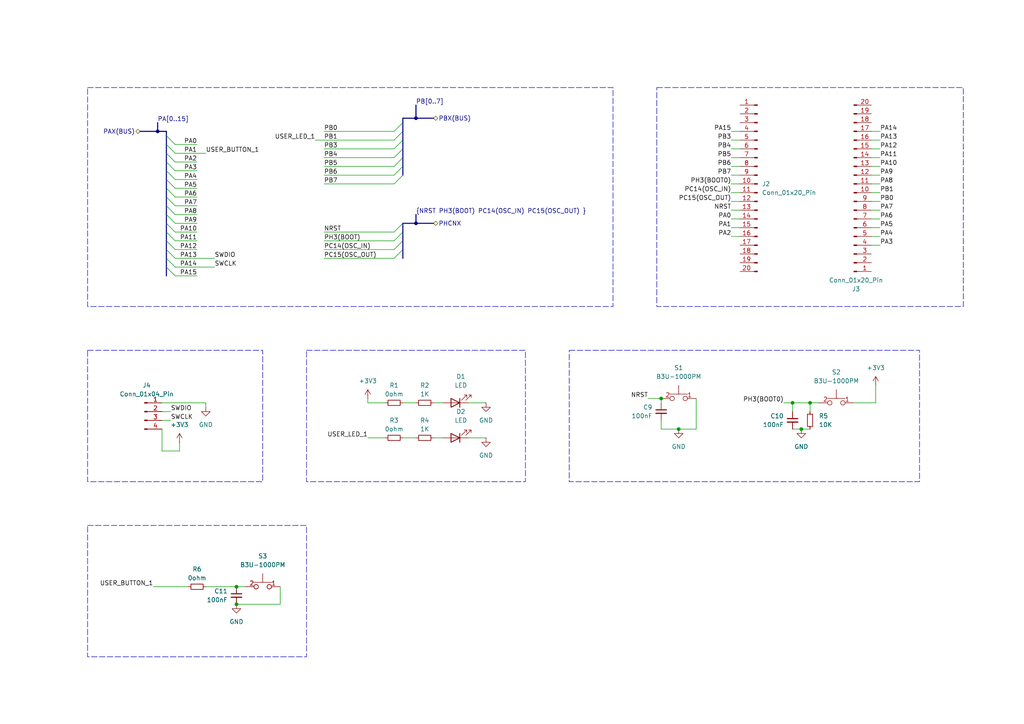
<source format=kicad_sch>
(kicad_sch (version 20231120) (generator "eeschema") (generator_version "8.0")
  (paper "A4")
  (lib_symbols
    (symbol "B3U-1000PM_OMRON:B3U-1000PM"
      (property "Reference" "S?" (at 5.588 6.096 0))
      (property "Value" "B3U-1000PM" (at 5.588 3.556 0))
      (symbol "B3U-1000PM_0_1"
        (polyline (pts (xy 2.54 1.27) (xy 7.62 1.27)))
        (polyline (pts (xy 5.08 1.27) (xy 5.08 3.81)))
      )
      (symbol "B3U-1000PM_1_1"
        (pin passive inverted (at 10.16 0 180) (length 3.81) (name "") (number "1"))
        (pin passive inverted (at 0 0 0) (length 3.81) (name "") (number "2"))
      )
    )
    (symbol "Connector:Conn_01x04_Pin" (pin_names (offset 1.016) hide)
      (property "Reference" "J" (at 0 5.08 0))
      (property "Value" "Conn_01x04_Pin" (at 0 -7.62 0))
      (symbol "Conn_01x04_Pin_1_1"
        (polyline (pts (xy 1.27 -5.08) (xy 0.8636 -5.08)) (stroke (width 0.1524)))
        (polyline (pts (xy 1.27 -2.54) (xy 0.8636 -2.54)) (stroke (width 0.1524)))
        (polyline (pts (xy 1.27 0) (xy 0.8636 0)) (stroke (width 0.1524)))
        (polyline (pts (xy 1.27 2.54) (xy 0.8636 2.54)) (stroke (width 0.1524)))
        (rectangle (start 0.8636 -4.953) (end 0 -5.207) (stroke (width 0.1524)) (fill (type outline)))
        (rectangle (start 0.8636 -2.413) (end 0 -2.667) (stroke (width 0.1524)) (fill (type outline)))
        (rectangle (start 0.8636 0.127) (end 0 -0.127) (stroke (width 0.1524)) (fill (type outline)))
        (rectangle (start 0.8636 2.667) (end 0 2.413) (stroke (width 0.1524)) (fill (type outline)))
        (pin passive line (at 5.08 2.54 180) (length 3.81) (name "Pin_1") (number "1"))
        (pin passive line (at 5.08 0 180) (length 3.81) (name "Pin_2") (number "2"))
        (pin passive line (at 5.08 -2.54 180) (length 3.81) (name "Pin_3") (number "3"))
        (pin passive line (at 5.08 -5.08 180) (length 3.81) (name "Pin_4") (number "4"))
      )
    )
    (symbol "Connector:Conn_01x20_Pin" (pin_names (offset 1.016) hide)
      (property "Reference" "J" (at 0 25.4 0))
      (property "Value" "Conn_01x20_Pin" (at 0 -27.94 0))
      (symbol "Conn_01x20_Pin_1_1"
        (polyline (pts (xy 1.27 -25.4) (xy 0.8636 -25.4)) (stroke (width 0.1524)))
        (polyline (pts (xy 1.27 -22.86) (xy 0.8636 -22.86)) (stroke (width 0.1524)))
        (polyline (pts (xy 1.27 -20.32) (xy 0.8636 -20.32)) (stroke (width 0.1524)))
        (polyline (pts (xy 1.27 -17.78) (xy 0.8636 -17.78)) (stroke (width 0.1524)))
        (polyline (pts (xy 1.27 -15.24) (xy 0.8636 -15.24)) (stroke (width 0.1524)))
        (polyline (pts (xy 1.27 -12.7) (xy 0.8636 -12.7)) (stroke (width 0.1524)))
        (polyline (pts (xy 1.27 -10.16) (xy 0.8636 -10.16)) (stroke (width 0.1524)))
        (polyline (pts (xy 1.27 -7.62) (xy 0.8636 -7.62)) (stroke (width 0.1524)))
        (polyline (pts (xy 1.27 -5.08) (xy 0.8636 -5.08)) (stroke (width 0.1524)))
        (polyline (pts (xy 1.27 -2.54) (xy 0.8636 -2.54)) (stroke (width 0.1524)))
        (polyline (pts (xy 1.27 0) (xy 0.8636 0)) (stroke (width 0.1524)))
        (polyline (pts (xy 1.27 2.54) (xy 0.8636 2.54)) (stroke (width 0.1524)))
        (polyline (pts (xy 1.27 5.08) (xy 0.8636 5.08)) (stroke (width 0.1524)))
        (polyline (pts (xy 1.27 7.62) (xy 0.8636 7.62)) (stroke (width 0.1524)))
        (polyline (pts (xy 1.27 10.16) (xy 0.8636 10.16)) (stroke (width 0.1524)))
        (polyline (pts (xy 1.27 12.7) (xy 0.8636 12.7)) (stroke (width 0.1524)))
        (polyline (pts (xy 1.27 15.24) (xy 0.8636 15.24)) (stroke (width 0.1524)))
        (polyline (pts (xy 1.27 17.78) (xy 0.8636 17.78)) (stroke (width 0.1524)))
        (polyline (pts (xy 1.27 20.32) (xy 0.8636 20.32)) (stroke (width 0.1524)))
        (polyline (pts (xy 1.27 22.86) (xy 0.8636 22.86)) (stroke (width 0.1524)))
        (rectangle (start 0.8636 -25.273) (end 0 -25.527) (stroke (width 0.1524)) (fill (type outline)))
        (rectangle (start 0.8636 -22.733) (end 0 -22.987) (stroke (width 0.1524)) (fill (type outline)))
        (rectangle (start 0.8636 -20.193) (end 0 -20.447) (stroke (width 0.1524)) (fill (type outline)))
        (rectangle (start 0.8636 -17.653) (end 0 -17.907) (stroke (width 0.1524)) (fill (type outline)))
        (rectangle (start 0.8636 -15.113) (end 0 -15.367) (stroke (width 0.1524)) (fill (type outline)))
        (rectangle (start 0.8636 -12.573) (end 0 -12.827) (stroke (width 0.1524)) (fill (type outline)))
        (rectangle (start 0.8636 -10.033) (end 0 -10.287) (stroke (width 0.1524)) (fill (type outline)))
        (rectangle (start 0.8636 -7.493) (end 0 -7.747) (stroke (width 0.1524)) (fill (type outline)))
        (rectangle (start 0.8636 -4.953) (end 0 -5.207) (stroke (width 0.1524)) (fill (type outline)))
        (rectangle (start 0.8636 -2.413) (end 0 -2.667) (stroke (width 0.1524)) (fill (type outline)))
        (rectangle (start 0.8636 0.127) (end 0 -0.127) (stroke (width 0.1524)) (fill (type outline)))
        (rectangle (start 0.8636 2.667) (end 0 2.413) (stroke (width 0.1524)) (fill (type outline)))
        (rectangle (start 0.8636 5.207) (end 0 4.953) (stroke (width 0.1524)) (fill (type outline)))
        (rectangle (start 0.8636 7.747) (end 0 7.493) (stroke (width 0.1524)) (fill (type outline)))
        (rectangle (start 0.8636 10.287) (end 0 10.033) (stroke (width 0.1524)) (fill (type outline)))
        (rectangle (start 0.8636 12.827) (end 0 12.573) (stroke (width 0.1524)) (fill (type outline)))
        (rectangle (start 0.8636 15.367) (end 0 15.113) (stroke (width 0.1524)) (fill (type outline)))
        (rectangle (start 0.8636 17.907) (end 0 17.653) (stroke (width 0.1524)) (fill (type outline)))
        (rectangle (start 0.8636 20.447) (end 0 20.193) (stroke (width 0.1524)) (fill (type outline)))
        (rectangle (start 0.8636 22.987) (end 0 22.733) (stroke (width 0.1524)) (fill (type outline)))
        (pin passive line (at 5.08 22.86 180) (length 3.81) (name "Pin_1") (number "1"))
        (pin passive line (at 5.08 0 180) (length 3.81) (name "Pin_10") (number "10"))
        (pin passive line (at 5.08 -2.54 180) (length 3.81) (name "Pin_11") (number "11"))
        (pin passive line (at 5.08 -5.08 180) (length 3.81) (name "Pin_12") (number "12"))
        (pin passive line (at 5.08 -7.62 180) (length 3.81) (name "Pin_13") (number "13"))
        (pin passive line (at 5.08 -10.16 180) (length 3.81) (name "Pin_14") (number "14"))
        (pin passive line (at 5.08 -12.7 180) (length 3.81) (name "Pin_15") (number "15"))
        (pin passive line (at 5.08 -15.24 180) (length 3.81) (name "Pin_16") (number "16"))
        (pin passive line (at 5.08 -17.78 180) (length 3.81) (name "Pin_17") (number "17"))
        (pin passive line (at 5.08 -20.32 180) (length 3.81) (name "Pin_18") (number "18"))
        (pin passive line (at 5.08 -22.86 180) (length 3.81) (name "Pin_19") (number "19"))
        (pin passive line (at 5.08 20.32 180) (length 3.81) (name "Pin_2") (number "2"))
        (pin passive line (at 5.08 -25.4 180) (length 3.81) (name "Pin_20") (number "20"))
        (pin passive line (at 5.08 17.78 180) (length 3.81) (name "Pin_3") (number "3"))
        (pin passive line (at 5.08 15.24 180) (length 3.81) (name "Pin_4") (number "4"))
        (pin passive line (at 5.08 12.7 180) (length 3.81) (name "Pin_5") (number "5"))
        (pin passive line (at 5.08 10.16 180) (length 3.81) (name "Pin_6") (number "6"))
        (pin passive line (at 5.08 7.62 180) (length 3.81) (name "Pin_7") (number "7"))
        (pin passive line (at 5.08 5.08 180) (length 3.81) (name "Pin_8") (number "8"))
        (pin passive line (at 5.08 2.54 180) (length 3.81) (name "Pin_9") (number "9"))
      )
    )
    (symbol "Device:C_Small" (pin_numbers hide) (pin_names (offset 0.254) hide)
      (property "Reference" "C" (at 0.254 1.778 0))
      (property "Value" "C_Small" (at 0.254 -2.032 0))
      (symbol "C_Small_0_1"
        (polyline (pts (xy -1.524 -0.508) (xy 1.524 -0.508)) (stroke (width 0.3302)))
        (polyline (pts (xy -1.524 0.508) (xy 1.524 0.508)) (stroke (width 0.3048)))
      )
      (symbol "C_Small_1_1"
        (pin passive line (at 0 2.54 270) (length 2.032) (name "~") (number "1"))
        (pin passive line (at 0 -2.54 90) (length 2.032) (name "~") (number "2"))
      )
    )
    (symbol "Device:LED" (pin_numbers hide) (pin_names (offset 1.016) hide)
      (property "Reference" "D" (at 0 2.54 0))
      (property "Value" "LED" (at 0 -2.54 0))
      (symbol "LED_0_1"
        (polyline (pts (xy -1.27 -1.27) (xy -1.27 1.27)) (stroke (width 0.254)))
        (polyline (pts (xy -1.27 0) (xy 1.27 0)))
        (polyline (pts (xy 1.27 -1.27) (xy 1.27 1.27) (xy -1.27 0) (xy 1.27 -1.27)) (stroke (width 0.254)))
        (polyline (pts (xy -3.048 -0.762) (xy -4.572 -2.286) (xy -3.81 -2.286) (xy -4.572 -2.286) (xy -4.572 -1.524)))
        (polyline (pts (xy -1.778 -0.762) (xy -3.302 -2.286) (xy -2.54 -2.286) (xy -3.302 -2.286) (xy -3.302 -1.524)))
      )
      (symbol "LED_1_1"
        (pin passive line (at -3.81 0 0) (length 2.54) (name "K") (number "1"))
        (pin passive line (at 3.81 0 180) (length 2.54) (name "A") (number "2"))
      )
    )
    (symbol "Device:R_Small" (pin_numbers hide) (pin_names (offset 0.254) hide)
      (property "Reference" "R" (at 0.762 0.508 0))
      (property "Value" "R_Small" (at 0.762 -1.016 0))
      (symbol "R_Small_0_1"
        (rectangle (start -0.762 1.778) (end 0.762 -1.778) (stroke (width 0.2032)))
      )
      (symbol "R_Small_1_1"
        (pin passive line (at 0 2.54 270) (length 0.762) (name "~") (number "1"))
        (pin passive line (at 0 -2.54 90) (length 0.762) (name "~") (number "2"))
      )
    )
    (symbol "power:+3V3" (power) (pin_numbers hide) (pin_names (offset 0) hide)
      (property "Value" "+3V3" (at 0 3.556 0))
      (symbol "+3V3_0_1"
        (polyline (pts (xy -0.762 1.27) (xy 0 2.54)))
        (polyline (pts (xy 0 0) (xy 0 2.54)))
        (polyline (pts (xy 0 2.54) (xy 0.762 1.27)))
      )
      (symbol "+3V3_1_1"
        (pin power_in line (at 0 0 90) (length 0) (name "~") (number "1"))
      )
    )
    (symbol "power:GND" (power) (pin_numbers hide) (pin_names (offset 0) hide)
      (property "Value" "GND" (at 0 -3.81 0))
      (symbol "GND_0_1"
        (polyline (pts (xy 0 0) (xy 0 -1.27) (xy 1.27 -1.27) (xy 0 -2.54) (xy -1.27 -1.27) (xy 0 -1.27)))
      )
      (symbol "GND_1_1"
        (pin power_in line (at 0 0 270) (length 0) (name "~") (number "1"))
      )
    )
  )
  (junction (at 191.77 115.57))
  (junction (at 196.85 124.46))
  (junction (at 45.72 38.1))
  (junction (at 232.41 124.46))
  (junction (at 120.65 64.77))
  (junction (at 68.58 175.26))
  (junction (at 234.95 116.84))
  (junction (at 68.58 170.18))
  (junction (at 229.87 116.84))
  (junction (at 120.65 34.29))
  (bus_entry (at 116.84 72.39) (size -2.54 2.54))
  (bus_entry (at 48.26 49.53) (size 2.54 2.54))
  (bus_entry (at 48.26 39.37) (size 2.54 2.54))
  (bus_entry (at 48.26 52.07) (size 2.54 2.54))
  (bus_entry (at 116.84 43.18) (size -2.54 2.54))
  (bus_entry (at 48.26 44.45) (size 2.54 2.54))
  (bus_entry (at 48.26 57.15) (size 2.54 2.54))
  (bus_entry (at 48.26 64.77) (size 2.54 2.54))
  (bus_entry (at 116.84 40.64) (size -2.54 2.54))
  (bus_entry (at 116.84 48.26) (size -2.54 2.54))
  (bus_entry (at 48.26 41.91) (size 2.54 2.54))
  (bus_entry (at 116.84 69.85) (size -2.54 2.54))
  (bus_entry (at 116.84 38.1) (size -2.54 2.54))
  (bus_entry (at 48.26 54.61) (size 2.54 2.54))
  (bus_entry (at 48.26 69.85) (size 2.54 2.54))
  (bus_entry (at 116.84 35.56) (size -2.54 2.54))
  (bus_entry (at 116.84 64.77) (size -2.54 2.54))
  (bus_entry (at 48.26 74.93) (size 2.54 2.54))
  (bus_entry (at 48.26 59.69) (size 2.54 2.54))
  (bus_entry (at 48.26 67.31) (size 2.54 2.54))
  (bus_entry (at 116.84 50.8) (size -2.54 2.54))
  (bus_entry (at 48.26 77.47) (size 2.54 2.54))
  (bus_entry (at 48.26 62.23) (size 2.54 2.54))
  (bus_entry (at 48.26 46.99) (size 2.54 2.54))
  (bus_entry (at 116.84 67.31) (size -2.54 2.54))
  (bus_entry (at 48.26 72.39) (size 2.54 2.54))
  (bus_entry (at 116.84 45.72) (size -2.54 2.54))
  (wire (pts (xy 50.8 67.31) (xy 57.15 67.31)))
  (bus (pts (xy 48.26 39.37) (xy 48.26 41.91)))
  (wire (pts (xy 255.27 45.72) (xy 252.73 45.72)))
  (wire (pts (xy 212.09 40.64) (xy 214.63 40.64)))
  (wire (pts (xy 212.09 50.8) (xy 214.63 50.8)))
  (bus (pts (xy 116.84 64.77) (xy 116.84 67.31)))
  (wire (pts (xy 135.89 116.84) (xy 140.97 116.84)))
  (bus (pts (xy 48.26 69.85) (xy 48.26 72.39)))
  (wire (pts (xy 201.93 115.57) (xy 201.93 124.46)))
  (bus (pts (xy 48.26 77.47) (xy 48.26 80.01)))
  (wire (pts (xy 50.8 74.93) (xy 62.23 74.93)))
  (wire (pts (xy 50.8 49.53) (xy 57.15 49.53)))
  (bus (pts (xy 116.84 69.85) (xy 116.84 72.39)))
  (wire (pts (xy 191.77 124.46) (xy 196.85 124.46)))
  (wire (pts (xy 227.33 116.84) (xy 229.87 116.84)))
  (bus (pts (xy 120.65 64.77) (xy 125.73 64.77)))
  (bus (pts (xy 116.84 34.29) (xy 120.65 34.29)))
  (wire (pts (xy 255.27 60.96) (xy 252.73 60.96)))
  (bus (pts (xy 116.84 43.18) (xy 116.84 45.72)))
  (bus (pts (xy 48.26 41.91) (xy 48.26 44.45)))
  (wire (pts (xy 50.8 57.15) (xy 57.15 57.15)))
  (wire (pts (xy 50.8 69.85) (xy 57.15 69.85)))
  (wire (pts (xy 50.8 41.91) (xy 57.15 41.91)))
  (wire (pts (xy 255.27 43.18) (xy 252.73 43.18)))
  (bus (pts (xy 48.26 49.53) (xy 48.26 52.07)))
  (wire (pts (xy 50.8 64.77) (xy 57.15 64.77)))
  (wire (pts (xy 50.8 44.45) (xy 59.69 44.45)))
  (wire (pts (xy 255.27 71.12) (xy 252.73 71.12)))
  (wire (pts (xy 106.68 127) (xy 111.76 127)))
  (bus (pts (xy 48.26 67.31) (xy 48.26 69.85)))
  (wire (pts (xy 46.99 130.81) (xy 52.07 130.81)))
  (wire (pts (xy 255.27 38.1) (xy 252.73 38.1)))
  (wire (pts (xy 93.98 43.18) (xy 114.3 43.18)))
  (wire (pts (xy 50.8 72.39) (xy 57.15 72.39)))
  (wire (pts (xy 52.07 130.81) (xy 52.07 128.27)))
  (wire (pts (xy 232.41 124.46) (xy 234.95 124.46)))
  (wire (pts (xy 93.98 53.34) (xy 114.3 53.34)))
  (wire (pts (xy 234.95 116.84) (xy 234.95 119.38)))
  (wire (pts (xy 93.98 72.39) (xy 114.3 72.39)))
  (bus (pts (xy 48.26 64.77) (xy 48.26 67.31)))
  (bus (pts (xy 48.26 52.07) (xy 48.26 54.61)))
  (wire (pts (xy 59.69 170.18) (xy 68.58 170.18)))
  (wire (pts (xy 93.98 74.93) (xy 114.3 74.93)))
  (wire (pts (xy 93.98 38.1) (xy 114.3 38.1)))
  (wire (pts (xy 229.87 124.46) (xy 232.41 124.46)))
  (wire (pts (xy 229.87 116.84) (xy 229.87 119.38)))
  (bus (pts (xy 116.84 67.31) (xy 116.84 69.85)))
  (bus (pts (xy 45.72 38.1) (xy 48.26 38.1)))
  (bus (pts (xy 48.26 38.1) (xy 48.26 39.37)))
  (bus (pts (xy 48.26 46.99) (xy 48.26 49.53)))
  (wire (pts (xy 125.73 127) (xy 128.27 127)))
  (wire (pts (xy 252.73 58.42) (xy 255.27 58.42)))
  (wire (pts (xy 93.98 45.72) (xy 114.3 45.72)))
  (wire (pts (xy 212.09 68.58) (xy 214.63 68.58)))
  (wire (pts (xy 212.09 66.04) (xy 214.63 66.04)))
  (bus (pts (xy 116.84 64.77) (xy 120.65 64.77)))
  (wire (pts (xy 212.09 38.1) (xy 214.63 38.1)))
  (wire (pts (xy 254 116.84) (xy 247.65 116.84)))
  (wire (pts (xy 81.28 175.26) (xy 68.58 175.26)))
  (wire (pts (xy 93.98 48.26) (xy 114.3 48.26)))
  (wire (pts (xy 106.68 115.57) (xy 106.68 116.84)))
  (wire (pts (xy 212.09 63.5) (xy 214.63 63.5)))
  (wire (pts (xy 255.27 53.34) (xy 252.73 53.34)))
  (wire (pts (xy 212.09 53.34) (xy 214.63 53.34)))
  (wire (pts (xy 229.87 116.84) (xy 234.95 116.84)))
  (wire (pts (xy 46.99 121.92) (xy 49.53 121.92)))
  (wire (pts (xy 50.8 80.01) (xy 57.15 80.01)))
  (bus (pts (xy 48.26 54.61) (xy 48.26 57.15)))
  (bus (pts (xy 40.64 38.1) (xy 45.72 38.1)))
  (wire (pts (xy 50.8 59.69) (xy 57.15 59.69)))
  (wire (pts (xy 212.09 60.96) (xy 214.63 60.96)))
  (wire (pts (xy 212.09 45.72) (xy 214.63 45.72)))
  (wire (pts (xy 255.27 40.64) (xy 252.73 40.64)))
  (wire (pts (xy 93.98 69.85) (xy 114.3 69.85)))
  (wire (pts (xy 59.69 116.84) (xy 46.99 116.84)))
  (wire (pts (xy 116.84 116.84) (xy 120.65 116.84)))
  (wire (pts (xy 187.96 115.57) (xy 191.77 115.57)))
  (wire (pts (xy 125.73 116.84) (xy 128.27 116.84)))
  (bus (pts (xy 48.26 44.45) (xy 48.26 46.99)))
  (bus (pts (xy 116.84 34.29) (xy 116.84 35.56)))
  (bus (pts (xy 116.84 35.56) (xy 116.84 38.1)))
  (wire (pts (xy 68.58 170.18) (xy 71.12 170.18)))
  (wire (pts (xy 135.89 127) (xy 140.97 127)))
  (wire (pts (xy 191.77 124.46) (xy 191.77 121.92)))
  (wire (pts (xy 212.09 48.26) (xy 214.63 48.26)))
  (bus (pts (xy 116.84 72.39) (xy 116.84 74.93)))
  (bus (pts (xy 120.65 34.29) (xy 125.73 34.29)))
  (wire (pts (xy 50.8 62.23) (xy 57.15 62.23)))
  (bus (pts (xy 48.26 74.93) (xy 48.26 77.47)))
  (bus (pts (xy 45.72 35.56) (xy 45.72 38.1)))
  (wire (pts (xy 46.99 130.81) (xy 46.99 124.46)))
  (wire (pts (xy 106.68 116.84) (xy 111.76 116.84)))
  (bus (pts (xy 48.26 57.15) (xy 48.26 59.69)))
  (bus (pts (xy 116.84 45.72) (xy 116.84 48.26)))
  (bus (pts (xy 116.84 48.26) (xy 116.84 50.8)))
  (wire (pts (xy 50.8 77.47) (xy 62.23 77.47)))
  (wire (pts (xy 93.98 50.8) (xy 114.3 50.8)))
  (wire (pts (xy 196.85 124.46) (xy 201.93 124.46)))
  (bus (pts (xy 48.26 72.39) (xy 48.26 74.93)))
  (wire (pts (xy 255.27 68.58) (xy 252.73 68.58)))
  (wire (pts (xy 252.73 55.88) (xy 255.27 55.88)))
  (wire (pts (xy 116.84 127) (xy 120.65 127)))
  (wire (pts (xy 81.28 170.18) (xy 81.28 175.26)))
  (wire (pts (xy 93.98 67.31) (xy 114.3 67.31)))
  (wire (pts (xy 212.09 55.88) (xy 214.63 55.88)))
  (wire (pts (xy 254 111.76) (xy 254 116.84)))
  (wire (pts (xy 255.27 48.26) (xy 252.73 48.26)))
  (wire (pts (xy 212.09 58.42) (xy 214.63 58.42)))
  (wire (pts (xy 50.8 54.61) (xy 57.15 54.61)))
  (bus (pts (xy 116.84 40.64) (xy 116.84 43.18)))
  (wire (pts (xy 59.69 118.11) (xy 59.69 116.84)))
  (bus (pts (xy 48.26 62.23) (xy 48.26 64.77)))
  (bus (pts (xy 120.65 30.48) (xy 120.65 34.29)))
  (bus (pts (xy 48.26 59.69) (xy 48.26 62.23)))
  (wire (pts (xy 234.95 116.84) (xy 237.49 116.84)))
  (bus (pts (xy 120.65 62.23) (xy 120.65 64.77)))
  (wire (pts (xy 50.8 46.99) (xy 57.15 46.99)))
  (wire (pts (xy 255.27 63.5) (xy 252.73 63.5)))
  (wire (pts (xy 255.27 66.04) (xy 252.73 66.04)))
  (wire (pts (xy 191.77 115.57) (xy 191.77 116.84)))
  (bus (pts (xy 116.84 38.1) (xy 116.84 40.64)))
  (wire (pts (xy 212.09 43.18) (xy 214.63 43.18)))
  (wire (pts (xy 91.44 40.64) (xy 114.3 40.64)))
  (wire (pts (xy 50.8 52.07) (xy 57.15 52.07)))
  (wire (pts (xy 44.45 170.18) (xy 54.61 170.18)))
  (wire (pts (xy 255.27 50.8) (xy 252.73 50.8)))
  (wire (pts (xy 46.99 119.38) (xy 49.53 119.38)))
  (rectangle (start 88.9 101.6) (end 152.4 139.7) (stroke (width 0) (type dash)))
  (rectangle (start 165.1 101.6) (end 266.7 139.7) (stroke (width 0) (type dash)))
  (rectangle (start 25.4 25.4) (end 177.8 88.9) (stroke (width 0) (type dash)))
  (rectangle (start 25.4 101.6) (end 76.2 139.7) (stroke (width 0) (type dash)))
  (rectangle (start 25.4 152.4) (end 88.9 190.5) (stroke (width 0) (type dash)))
  (rectangle (start 190.5 25.4) (end 279.4 88.9) (stroke (width 0) (type dash)))
  (label "PA8" (at 57.15 62.23 180))
  (label "PA2" (at 57.15 46.99 180))
  (label "PA3" (at 57.15 49.53 180))
  (label "PC14(OSC_IN)" (at 212.09 55.88 180))
  (label "USER_BUTTON_1" (at 59.69 44.45 0))
  (label "PB3" (at 212.09 40.64 180))
  (label "PA11" (at 255.27 45.72 0))
  (label "PC14(OSC_IN)" (at 93.98 72.39 0))
  (label "PB4" (at 93.98 45.72 0))
  (label "PB[0..7]" (at 120.65 30.48 0))
  (label "PA13" (at 57.15 74.93 180))
  (label "{NRST PH3(BOOT) PC14(OSC_IN) PC15(OSC_OUT) }" (at 120.65 62.23 0))
  (label "USER_LED_1" (at 106.68 127 180))
  (label "PA6" (at 57.15 57.15 180))
  (label "PA15" (at 57.15 80.01 180))
  (label "PB7" (at 212.09 50.8 180))
  (label "PA0" (at 212.09 63.5 180))
  (label "PB1" (at 255.27 55.88 0))
  (label "PA6" (at 255.27 63.5 0))
  (label "PC15(OSC_OUT)" (at 212.09 58.42 180))
  (label "PA10" (at 57.15 67.31 180))
  (label "SWCLK" (at 62.23 77.47 0))
  (label "PA12" (at 57.15 72.39 180))
  (label "PA2" (at 212.09 68.58 180))
  (label "PA5" (at 255.27 66.04 0))
  (label "PA3" (at 255.27 71.12 0))
  (label "NRST" (at 93.98 67.31 0))
  (label "PA14" (at 255.27 38.1 0))
  (label "NRST" (at 187.96 115.57 180))
  (label "PA4" (at 57.15 52.07 180))
  (label "PA5" (at 57.15 54.61 180))
  (label "PB1" (at 93.98 40.64 0))
  (label "PA4" (at 255.27 68.58 0))
  (label "PH3(BOOT0)" (at 212.09 53.34 180))
  (label "SWCLK" (at 49.53 121.92 0))
  (label "PC15(OSC_OUT)" (at 93.98 74.93 0))
  (label "PA15" (at 212.09 38.1 180))
  (label "PA9" (at 57.15 64.77 180))
  (label "PA0" (at 57.15 41.91 180))
  (label "PA7" (at 57.15 59.69 180))
  (label "PA8" (at 255.27 53.34 0))
  (label "USER_BUTTON_1" (at 44.45 170.18 180))
  (label "PA7" (at 255.27 60.96 0))
  (label "PB0" (at 93.98 38.1 0))
  (label "PB6" (at 212.09 48.26 180))
  (label "PB6" (at 93.98 50.8 0))
  (label "PB5" (at 212.09 45.72 180))
  (label "PA1" (at 212.09 66.04 180))
  (label "PA10" (at 255.27 48.26 0))
  (label "PB5" (at 93.98 48.26 0))
  (label "USER_LED_1" (at 91.44 40.64 180))
  (label "PB4" (at 212.09 43.18 180))
  (label "NRST" (at 212.09 60.96 180))
  (label "PB3" (at 93.98 43.18 0))
  (label "PA12" (at 255.27 43.18 0))
  (label "PB0" (at 255.27 58.42 0))
  (label "PB7" (at 93.98 53.34 0))
  (label "PA14" (at 57.15 77.47 180))
  (label "PH3(BOOT)" (at 93.98 69.85 0))
  (label "SWDIO" (at 49.53 119.38 0))
  (label "PA[0..15]" (at 45.72 35.56 0))
  (label "PH3(BOOT0)" (at 227.33 116.84 180))
  (label "PA9" (at 255.27 50.8 0))
  (label "PA13" (at 255.27 40.64 0))
  (label "PA11" (at 57.15 69.85 180))
  (label "PA1" (at 57.15 44.45 180))
  (label "SWDIO" (at 62.23 74.93 0))
  (hierarchical_label "PAX(BUS)" (shape bidirectional) (at 40.64 38.1 180))
  (hierarchical_label "PBX(BUS)" (shape bidirectional) (at 125.73 34.29 0))
  (hierarchical_label "PHCNX" (shape bidirectional) (at 125.73 64.77 0))
  (symbol (lib_id "Device:C_Small") (at 191.77 119.38 0) (mirror y) (unit 1)
    (property "Reference" "C9" (at 189.23 118.1162 0) (effects (justify left)))
    (property "Value" "100nF" (at 189.23 120.6562 0) (effects (justify left)))
    (property "Footprint" "Capacitor_SMD:C_0603_1608Metric" (effects (hide yes)))
    (property "Description" "Unpolarized capacitor, small symbol" (effects (hide yes)))
  )
  (symbol (lib_id "power:+3V3") (at 106.68 115.57 0) (unit 1)
    (property "Reference" "#PWR022" (effects (hide yes)))
    (property "Value" "+3V3" (at 106.68 110.49 0))
    (property "Description" "Power symbol creates a global label with name \"+3V3\"" (effects (hide yes)))
  )
  (symbol (lib_id "power:+3V3") (at 254 111.76 0) (unit 1)
    (property "Reference" "#PWR015" (effects (hide yes)))
    (property "Value" "+3V3" (at 254 106.68 0))
    (property "Description" "Power symbol creates a global label with name \"+3V3\"" (effects (hide yes)))
  )
  (symbol (lib_id "power:GND") (at 196.85 124.46 0) (unit 1)
    (property "Reference" "#PWR014" (effects (hide yes)))
    (property "Value" "GND" (at 196.85 129.54 0))
    (property "Description" "Power symbol creates a global label with name \"GND\" , ground" (effects (hide yes)))
  )
  (symbol (lib_id "Device:R_Small") (at 123.19 127 90) (unit 1)
    (property "Reference" "R4" (at 123.19 121.92 90))
    (property "Value" "1K" (at 123.19 124.46 90))
    (property "Footprint" "Resistor_SMD:R_0603_1608Metric" (effects (hide yes)))
    (property "Description" "Resistor, small symbol" (effects (hide yes)))
  )
  (symbol (lib_id "power:GND") (at 68.58 175.26 0) (unit 1)
    (property "Reference" "#PWR019" (effects (hide yes)))
    (property "Value" "GND" (at 68.58 180.34 0))
    (property "Description" "Power symbol creates a global label with name \"GND\" , ground" (effects (hide yes)))
  )
  (symbol (lib_id "Device:R_Small") (at 114.3 116.84 90) (unit 1)
    (property "Reference" "R1" (at 114.3 111.76 90))
    (property "Value" "0ohm" (at 114.3 114.3 90))
    (property "Footprint" "Resistor_SMD:R_0603_1608Metric" (effects (hide yes)))
    (property "Description" "Resistor, small symbol" (effects (hide yes)))
  )
  (symbol (lib_id "Device:R_Small") (at 234.95 121.92 0) (unit 1)
    (property "Reference" "R5" (at 237.49 120.6499 0) (effects (justify left)))
    (property "Value" "10K" (at 237.49 123.1899 0) (effects (justify left)))
    (property "Footprint" "Resistor_SMD:R_0603_1608Metric" (effects (hide yes)))
    (property "Description" "Resistor, small symbol" (effects (hide yes)))
  )
  (symbol (lib_id "Connector:Conn_01x20_Pin") (at 247.65 55.88 0) (mirror x) (unit 1)
    (property "Reference" "J3" (at 248.285 83.82 0))
    (property "Value" "Conn_01x20_Pin" (at 248.285 81.28 0))
    (property "Footprint" "Connector_PinHeader_2.54mm:PinHeader_1x20_P2.54mm_Vertical" (effects (hide yes)))
    (property "Description" "Generic connector, single row, 01x20, script generated" (effects (hide yes)))
  )
  (symbol (lib_id "power:GND") (at 232.41 124.46 0) (unit 1)
    (property "Reference" "#PWR013" (effects (hide yes)))
    (property "Value" "GND" (at 232.41 129.54 0))
    (property "Description" "Power symbol creates a global label with name \"GND\" , ground" (effects (hide yes)))
  )
  (symbol (lib_id "power:GND") (at 140.97 127 0) (unit 1)
    (property "Reference" "#PWR020" (effects (hide yes)))
    (property "Value" "GND" (at 140.97 132.08 0))
    (property "Description" "Power symbol creates a global label with name \"GND\" , ground" (effects (hide yes)))
  )
  (symbol (lib_id "Device:C_Small") (at 229.87 121.92 0) (mirror y) (unit 1)
    (property "Reference" "C10" (at 227.33 120.6562 0) (effects (justify left)))
    (property "Value" "100nF" (at 227.33 123.1962 0) (effects (justify left)))
    (property "Footprint" "Capacitor_SMD:C_0603_1608Metric" (effects (hide yes)))
    (property "Description" "Unpolarized capacitor, small symbol" (effects (hide yes)))
  )
  (symbol (lib_id "power:GND") (at 59.69 118.11 0) (mirror y) (unit 1)
    (property "Reference" "#PWR017" (effects (hide yes)))
    (property "Value" "GND" (at 59.69 123.19 0))
    (property "Description" "Power symbol creates a global label with name \"GND\" , ground" (effects (hide yes)))
  )
  (symbol (lib_id "B3U-1000PM_OMRON:B3U-1000PM") (at 71.12 170.18 0) (unit 1)
    (property "Reference" "S3" (at 76.2 161.29 0))
    (property "Value" "B3U-1000PM" (at 76.2 163.83 0))
    (property "Footprint" "custom_part_library_1:B3U1000PM_3D_MODEL" (effects (hide yes)))
    (property "Datasheet" "https://omronfs.omron.com/en_US/ecb/products/pdf/en-b3u.pdf" (effects (hide yes)))
    (property "Description" "SWITCH TACTILE SPST-NO 0.05A 12V, Tactile Switch SPST-NO Top Actuated Surface Mount" (effects (hide yes)))
    (property "Height" "1.75" (effects (hide yes)))
    (property "Manufacturer_Name" "Omron Electronics" (effects (hide yes)))
    (property "Manufacturer_Part_Number" "B3U-1000PM" (effects (hide yes)))
  )
  (symbol (lib_id "Device:C_Small") (at 68.58 172.72 0) (mirror y) (unit 1)
    (property "Reference" "C11" (at 66.04 171.4562 0) (effects (justify left)))
    (property "Value" "100nF" (at 66.04 173.9962 0) (effects (justify left)))
    (property "Footprint" "Capacitor_SMD:C_0603_1608Metric" (effects (hide yes)))
    (property "Description" "Unpolarized capacitor, small symbol" (effects (hide yes)))
  )
  (symbol (lib_id "power:+3V3") (at 52.07 128.27 0) (mirror y) (unit 1)
    (property "Reference" "#PWR016" (effects (hide yes)))
    (property "Value" "+3V3" (at 52.07 123.19 0))
    (property "Description" "Power symbol creates a global label with name \"+3V3\"" (effects (hide yes)))
  )
  (symbol (lib_id "Device:R_Small") (at 57.15 170.18 90) (unit 1)
    (property "Reference" "R6" (at 57.15 165.1 90))
    (property "Value" "0ohm" (at 57.15 167.64 90))
    (property "Footprint" "Resistor_SMD:R_0603_1608Metric" (effects (hide yes)))
    (property "Description" "Resistor, small symbol" (effects (hide yes)))
  )
  (symbol (lib_id "B3U-1000PM_OMRON:B3U-1000PM") (at 191.77 115.57 0) (unit 1)
    (property "Reference" "S1" (at 196.85 106.68 0))
    (property "Value" "B3U-1000PM" (at 196.85 109.22 0))
    (property "Footprint" "custom_part_library_1:B3U1000PM_3D_MODEL" (effects (hide yes)))
    (property "Datasheet" "https://omronfs.omron.com/en_US/ecb/products/pdf/en-b3u.pdf" (effects (hide yes)))
    (property "Description" "SWITCH TACTILE SPST-NO 0.05A 12V, Tactile Switch SPST-NO Top Actuated Surface Mount" (effects (hide yes)))
    (property "Height" "1.75" (effects (hide yes)))
    (property "Manufacturer_Name" "Omron Electronics" (effects (hide yes)))
    (property "Manufacturer_Part_Number" "B3U-1000PM" (effects (hide yes)))
  )
  (symbol (lib_id "Connector:Conn_01x20_Pin") (at 219.71 53.34 0) (mirror y) (unit 1)
    (property "Reference" "J2" (at 220.98 53.3399 0) (effects (justify right)))
    (property "Value" "Conn_01x20_Pin" (at 220.98 55.8799 0) (effects (justify right)))
    (property "Footprint" "Connector_PinHeader_2.54mm:PinHeader_1x20_P2.54mm_Vertical" (effects (hide yes)))
    (property "Description" "Generic connector, single row, 01x20, script generated" (effects (hide yes)))
  )
  (symbol (lib_id "power:GND") (at 140.97 116.84 0) (unit 1)
    (property "Reference" "#PWR021" (effects (hide yes)))
    (property "Value" "GND" (at 140.97 121.92 0))
    (property "Description" "Power symbol creates a global label with name \"GND\" , ground" (effects (hide yes)))
  )
  (symbol (lib_id "Device:R_Small") (at 114.3 127 90) (unit 1)
    (property "Reference" "R3" (at 114.3 121.92 90))
    (property "Value" "0ohm" (at 114.3 124.46 90))
    (property "Footprint" "Resistor_SMD:R_0603_1608Metric" (effects (hide yes)))
    (property "Description" "Resistor, small symbol" (effects (hide yes)))
  )
  (symbol (lib_id "Device:LED") (at 132.08 127 180) (unit 1)
    (property "Reference" "D2" (at 133.6675 119.38 0))
    (property "Value" "LED" (at 133.6675 121.92 0))
    (property "Footprint" "LED_SMD:LED_0603_1608Metric" (effects (hide yes)))
    (property "Description" "Light emitting diode" (effects (hide yes)))
  )
  (symbol (lib_id "Device:LED") (at 132.08 116.84 180) (unit 1)
    (property "Reference" "D1" (at 133.6675 109.22 0))
    (property "Value" "LED" (at 133.6675 111.76 0))
    (property "Footprint" "LED_SMD:LED_0603_1608Metric" (effects (hide yes)))
    (property "Description" "Light emitting diode" (effects (hide yes)))
  )
  (symbol (lib_id "B3U-1000PM_OMRON:B3U-1000PM") (at 237.49 116.84 0) (unit 1)
    (property "Reference" "S2" (at 242.57 107.95 0))
    (property "Value" "B3U-1000PM" (at 242.57 110.49 0))
    (property "Footprint" "custom_part_library_1:B3U1000PM_3D_MODEL" (effects (hide yes)))
    (property "Datasheet" "https://omronfs.omron.com/en_US/ecb/products/pdf/en-b3u.pdf" (effects (hide yes)))
    (property "Description" "SWITCH TACTILE SPST-NO 0.05A 12V, Tactile Switch SPST-NO Top Actuated Surface Mount" (effects (hide yes)))
    (property "Height" "1.75" (effects (hide yes)))
    (property "Manufacturer_Name" "Omron Electronics" (effects (hide yes)))
    (property "Manufacturer_Part_Number" "B3U-1000PM" (effects (hide yes)))
  )
  (symbol (lib_id "Device:R_Small") (at 123.19 116.84 90) (unit 1)
    (property "Reference" "R2" (at 123.19 111.76 90))
    (property "Value" "1K" (at 123.19 114.3 90))
    (property "Footprint" "Resistor_SMD:R_0603_1608Metric" (effects (hide yes)))
    (property "Description" "Resistor, small symbol" (effects (hide yes)))
  )
  (symbol (lib_id "Connector:Conn_01x04_Pin") (at 41.91 119.38 0) (unit 1)
    (property "Reference" "J4" (at 42.545 111.76 0))
    (property "Value" "Conn_01x04_Pin" (at 42.545 114.3 0))
    (property "Footprint" "Connector_PinHeader_2.54mm:PinHeader_1x04_P2.54mm_Horizontal" (effects (hide yes)))
    (property "Description" "Generic connector, single row, 01x04, script generated" (effects (hide yes)))
  )
)
</source>
